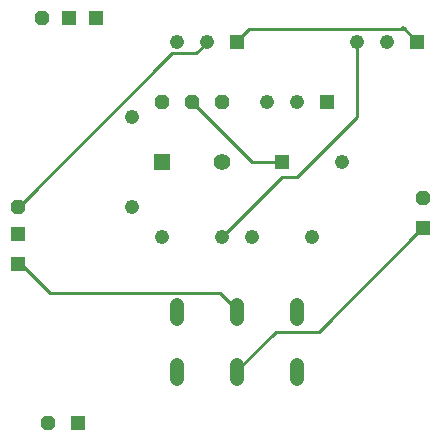
<source format=gbl>
G75*
G70*
%OFA0B0*%
%FSLAX24Y24*%
%IPPOS*%
%LPD*%
%AMOC8*
5,1,8,0,0,1.08239X$1,22.5*
%
%ADD10R,0.0554X0.0554*%
%ADD11C,0.0554*%
%ADD12R,0.0476X0.0476*%
%ADD13C,0.0476*%
%ADD14OC8,0.0476*%
%ADD15C,0.0476*%
%ADD16C,0.0100*%
D10*
X005601Y009601D03*
D11*
X007601Y009601D03*
D12*
X009601Y009601D03*
X011101Y011601D03*
X014101Y013601D03*
X008101Y013601D03*
X003401Y014401D03*
X002501Y014401D03*
X000801Y007201D03*
X000801Y006201D03*
X002801Y000901D03*
X014301Y007401D03*
D13*
X011601Y009601D03*
X010101Y011601D03*
X009101Y011601D03*
X007101Y013601D03*
X006101Y013601D03*
X004601Y011101D03*
X004601Y008101D03*
X005601Y007101D03*
X007601Y007101D03*
X008601Y007101D03*
X010601Y007101D03*
X012101Y013601D03*
X013101Y013601D03*
D14*
X001801Y000901D03*
X000801Y008101D03*
X005601Y011601D03*
X006601Y011601D03*
X007601Y011601D03*
X001601Y014401D03*
X014301Y008401D03*
D15*
X010101Y004839D02*
X010101Y004363D01*
X010101Y002839D02*
X010101Y002363D01*
X008101Y002363D02*
X008101Y002839D01*
X008101Y004363D02*
X008101Y004839D01*
X006101Y004839D02*
X006101Y004363D01*
X006101Y002839D02*
X006101Y002363D01*
D16*
X008101Y002601D02*
X008101Y002661D01*
X009381Y003941D01*
X010821Y003941D01*
X014261Y007381D01*
X014301Y007401D01*
X012101Y011101D02*
X010101Y009101D01*
X009601Y009101D01*
X007601Y007101D01*
X007541Y005221D02*
X008101Y004661D01*
X008101Y004601D01*
X007541Y005221D02*
X001861Y005221D01*
X000821Y006261D01*
X000801Y006201D01*
X000801Y008101D02*
X000821Y008101D01*
X005941Y013221D01*
X006741Y013221D01*
X007061Y013541D01*
X007101Y013601D01*
X008101Y013601D02*
X008101Y013621D01*
X008501Y014021D01*
X013621Y014021D01*
X013651Y014051D01*
X013601Y014101D01*
X013651Y014051D02*
X014101Y013601D01*
X012101Y013601D02*
X012101Y011101D01*
X009601Y009601D02*
X008601Y009601D01*
X006601Y011601D01*
M02*

</source>
